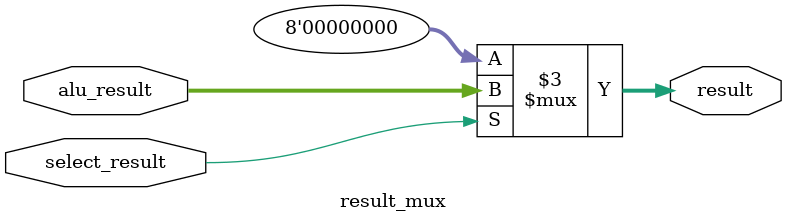
<source format=v>
module result_mux (
	input select_result,
	input [7:0] alu_result,
	output reg [7:0] result
);

always @(*)
begin
	case (select_result)
	1'b1: result = alu_result;
	default: result = 8'b00000000;
	endcase
end

endmodule

</source>
